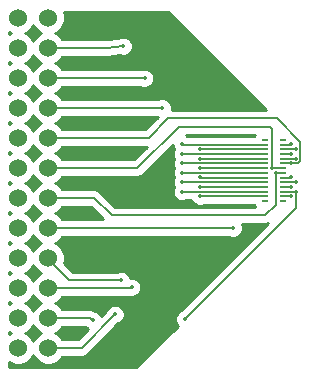
<source format=gbr>
G04 #@! TF.FileFunction,Copper,L2,Bot,Signal*
%FSLAX46Y46*%
G04 Gerber Fmt 4.6, Leading zero omitted, Abs format (unit mm)*
G04 Created by KiCad (PCBNEW 4.0.4-stable) date 12/07/17 02:23:43*
%MOMM*%
%LPD*%
G01*
G04 APERTURE LIST*
%ADD10C,0.100000*%
%ADD11R,0.600000X0.230000*%
%ADD12C,1.524000*%
%ADD13C,0.350000*%
%ADD14C,0.200000*%
%ADD15C,0.254000*%
G04 APERTURE END LIST*
D10*
D11*
X158505000Y-90910000D03*
X158505000Y-91310000D03*
X158505000Y-91710000D03*
X158505000Y-92110000D03*
X158505000Y-92510000D03*
X158505000Y-92910000D03*
X158505000Y-93310000D03*
X158505000Y-93710000D03*
X158505000Y-94110000D03*
X158505000Y-94510000D03*
X158505000Y-94910000D03*
X158505000Y-95310000D03*
X158505000Y-95710000D03*
X158505000Y-96110000D03*
X159985000Y-96110000D03*
X159985000Y-95710000D03*
X159985000Y-95310000D03*
X159985000Y-94910000D03*
X159985000Y-94510000D03*
X159985000Y-94110000D03*
X159985000Y-93710000D03*
X159985000Y-93310000D03*
X159985000Y-92910000D03*
X159985000Y-92510000D03*
X159985000Y-92110000D03*
X159985000Y-91710000D03*
X159985000Y-91310000D03*
X159985000Y-90910000D03*
D12*
X137600000Y-80600000D03*
X137600000Y-83140000D03*
X137600000Y-85680000D03*
X137600000Y-88220000D03*
X137600000Y-90760000D03*
X137600000Y-93300000D03*
X137600000Y-95840000D03*
X137600000Y-98380000D03*
X137600000Y-100920000D03*
X137600000Y-103460000D03*
X137600000Y-106000000D03*
X137600000Y-108540000D03*
X140140000Y-108540000D03*
X140140000Y-106000000D03*
X140140000Y-103460000D03*
X140140000Y-100920000D03*
X140140000Y-98380000D03*
X140140000Y-95840000D03*
X140140000Y-93300000D03*
X140140000Y-90760000D03*
X140140000Y-88220000D03*
X140140000Y-85680000D03*
X140140000Y-83140000D03*
X140140000Y-80600000D03*
D13*
X151500000Y-91300000D03*
X153000000Y-91700000D03*
X151500000Y-92100000D03*
X153000000Y-92500000D03*
X151500000Y-92900000D03*
X153000000Y-93300000D03*
X151500000Y-93700000D03*
X153000000Y-94100000D03*
X151500000Y-94500000D03*
X153000000Y-94900000D03*
X151500000Y-95300000D03*
X153000000Y-95700000D03*
X145800000Y-105700000D03*
X160700000Y-95700000D03*
X143900000Y-106200000D03*
X151700000Y-106100000D03*
X161100000Y-95300000D03*
X147200000Y-103400000D03*
X160700000Y-94900000D03*
X146300000Y-102800000D03*
X161100000Y-94500000D03*
X155800000Y-98400000D03*
X160700000Y-94100000D03*
X159400000Y-93700000D03*
X159100000Y-93300000D03*
X160700000Y-92900000D03*
X149800000Y-88200000D03*
X161100000Y-92500000D03*
X148300000Y-85700000D03*
X160700000Y-92100000D03*
X146500000Y-83000000D03*
X161100000Y-91700000D03*
X160700000Y-91300000D03*
D14*
X158505000Y-91310000D02*
X151510000Y-91310000D01*
X151510000Y-91310000D02*
X151500000Y-91300000D01*
X153010000Y-91710000D02*
X158505000Y-91710000D01*
X153000000Y-91700000D02*
X153010000Y-91710000D01*
X158505000Y-92110000D02*
X151510000Y-92110000D01*
X151510000Y-92110000D02*
X151500000Y-92100000D01*
X153010000Y-92510000D02*
X158505000Y-92510000D01*
X153000000Y-92500000D02*
X153010000Y-92510000D01*
X158505000Y-92910000D02*
X151510000Y-92910000D01*
X151510000Y-92910000D02*
X151500000Y-92900000D01*
X153010000Y-93310000D02*
X158505000Y-93310000D01*
X153000000Y-93300000D02*
X153010000Y-93310000D01*
X158505000Y-93710000D02*
X151510000Y-93710000D01*
X151510000Y-93710000D02*
X151500000Y-93700000D01*
X153010000Y-94110000D02*
X158505000Y-94110000D01*
X153000000Y-94100000D02*
X153010000Y-94110000D01*
X158505000Y-94510000D02*
X151510000Y-94510000D01*
X151510000Y-94510000D02*
X151500000Y-94500000D01*
X153010000Y-94910000D02*
X158505000Y-94910000D01*
X153000000Y-94900000D02*
X153010000Y-94910000D01*
X158505000Y-95310000D02*
X151510000Y-95310000D01*
X151510000Y-95310000D02*
X151500000Y-95300000D01*
X153010000Y-95710000D02*
X158505000Y-95710000D01*
X153000000Y-95700000D02*
X153010000Y-95710000D01*
X142960000Y-108540000D02*
X140140000Y-108540000D01*
X145800000Y-105700000D02*
X142960000Y-108540000D01*
X159985000Y-95710000D02*
X160690000Y-95710000D01*
X160690000Y-95710000D02*
X160700000Y-95700000D01*
X161100000Y-95300000D02*
X161100000Y-96700000D01*
X143700000Y-106000000D02*
X140140000Y-106000000D01*
X143900000Y-106200000D02*
X143700000Y-106000000D01*
X161100000Y-96700000D02*
X151700000Y-106100000D01*
X161100000Y-95300000D02*
X161090000Y-95310000D01*
X161090000Y-95310000D02*
X159985000Y-95310000D01*
X147140000Y-103460000D02*
X140140000Y-103460000D01*
X147200000Y-103400000D02*
X147140000Y-103460000D01*
X159985000Y-94910000D02*
X160690000Y-94910000D01*
X160690000Y-94910000D02*
X160700000Y-94900000D01*
X141900000Y-102800000D02*
X140140000Y-101040000D01*
X146300000Y-102800000D02*
X141900000Y-102800000D01*
X140140000Y-101040000D02*
X140140000Y-100920000D01*
X161100000Y-94500000D02*
X161090000Y-94510000D01*
X161090000Y-94510000D02*
X159985000Y-94510000D01*
X155780000Y-98380000D02*
X140140000Y-98380000D01*
X155800000Y-98400000D02*
X155780000Y-98380000D01*
X159985000Y-94110000D02*
X160690000Y-94110000D01*
X160690000Y-94110000D02*
X160700000Y-94100000D01*
X159400000Y-93700000D02*
X159400000Y-96400000D01*
X144040000Y-95840000D02*
X140140000Y-95840000D01*
X145500000Y-97300000D02*
X144040000Y-95840000D01*
X158500000Y-97300000D02*
X145500000Y-97300000D01*
X159400000Y-96400000D02*
X158500000Y-97300000D01*
X159400000Y-93700000D02*
X159390000Y-93710000D01*
X159390000Y-93710000D02*
X159985000Y-93710000D01*
X159100000Y-93300000D02*
X159100000Y-90000000D01*
X147700000Y-93300000D02*
X140140000Y-93300000D01*
X151200000Y-89800000D02*
X147700000Y-93300000D01*
X158900000Y-89800000D02*
X151200000Y-89800000D01*
X159100000Y-90000000D02*
X158900000Y-89800000D01*
X159985000Y-93310000D02*
X159090000Y-93310000D01*
X159090000Y-93310000D02*
X159100000Y-93300000D01*
X161500000Y-91100000D02*
X159500000Y-89100000D01*
X161300000Y-92900000D02*
X161500000Y-92700000D01*
X161500000Y-92700000D02*
X161500000Y-91100000D01*
X140140000Y-90760000D02*
X148640000Y-90760000D01*
X161300000Y-92900000D02*
X160700000Y-92900000D01*
X150300000Y-89100000D02*
X148640000Y-90760000D01*
X159500000Y-89100000D02*
X150300000Y-89100000D01*
X159985000Y-92910000D02*
X160690000Y-92910000D01*
X160690000Y-92910000D02*
X160700000Y-92900000D01*
X149780000Y-88220000D02*
X140140000Y-88220000D01*
X149800000Y-88200000D02*
X149780000Y-88220000D01*
X140220000Y-88300000D02*
X140140000Y-88220000D01*
X161100000Y-92500000D02*
X161090000Y-92510000D01*
X161090000Y-92510000D02*
X159985000Y-92510000D01*
X148280000Y-85680000D02*
X140140000Y-85680000D01*
X148300000Y-85700000D02*
X148280000Y-85680000D01*
X159985000Y-92110000D02*
X160690000Y-92110000D01*
X160690000Y-92110000D02*
X160700000Y-92100000D01*
X146500000Y-83000000D02*
X145160000Y-83140000D01*
X140140000Y-83140000D02*
X145160000Y-83140000D01*
X161100000Y-91700000D02*
X161090000Y-91710000D01*
X161090000Y-91710000D02*
X159985000Y-91710000D01*
X159985000Y-91310000D02*
X160690000Y-91310000D01*
X160690000Y-91310000D02*
X160700000Y-91300000D01*
D15*
G36*
X151422184Y-105338370D02*
X151241771Y-105412915D01*
X151013716Y-105640573D01*
X150890141Y-105938174D01*
X150889860Y-106260412D01*
X151012915Y-106558229D01*
X151125199Y-106670709D01*
X147605908Y-110190000D01*
X136810000Y-110190000D01*
X136810000Y-109724613D01*
X137320900Y-109936757D01*
X137876661Y-109937242D01*
X138390303Y-109725010D01*
X138783629Y-109332370D01*
X138869949Y-109124488D01*
X138954990Y-109330303D01*
X139347630Y-109723629D01*
X139860900Y-109936757D01*
X140416661Y-109937242D01*
X140930303Y-109725010D01*
X141323629Y-109332370D01*
X141347451Y-109275000D01*
X142960000Y-109275000D01*
X143241272Y-109219051D01*
X143479723Y-109059723D01*
X146077818Y-106461629D01*
X146258229Y-106387085D01*
X146486284Y-106159427D01*
X146609859Y-105861826D01*
X146610140Y-105539588D01*
X146487085Y-105241771D01*
X146259427Y-105013716D01*
X145961826Y-104890141D01*
X145639588Y-104889860D01*
X145341771Y-105012915D01*
X145113716Y-105240573D01*
X145038258Y-105422295D01*
X144625591Y-105834962D01*
X144587085Y-105741771D01*
X144359427Y-105513716D01*
X144122581Y-105415369D01*
X143981272Y-105320949D01*
X143700000Y-105265000D01*
X141347861Y-105265000D01*
X141325010Y-105209697D01*
X140932370Y-104816371D01*
X140724488Y-104730051D01*
X140930303Y-104645010D01*
X141323629Y-104252370D01*
X141347451Y-104195000D01*
X147002390Y-104195000D01*
X147038174Y-104209859D01*
X147360412Y-104210140D01*
X147658229Y-104087085D01*
X147886284Y-103859427D01*
X148009859Y-103561826D01*
X148010140Y-103239588D01*
X147887085Y-102941771D01*
X147659427Y-102713716D01*
X147361826Y-102590141D01*
X147089611Y-102589904D01*
X146987085Y-102341771D01*
X146759427Y-102113716D01*
X146461826Y-101990141D01*
X146139588Y-101989860D01*
X145957735Y-102065000D01*
X142204447Y-102065000D01*
X141478601Y-101339155D01*
X141536757Y-101199100D01*
X141537242Y-100643339D01*
X141325010Y-100129697D01*
X140932370Y-99736371D01*
X140724488Y-99650051D01*
X140930303Y-99565010D01*
X141323629Y-99172370D01*
X141347451Y-99115000D01*
X155409729Y-99115000D01*
X155638174Y-99209859D01*
X155960412Y-99210140D01*
X156258229Y-99087085D01*
X156486284Y-98859427D01*
X156609859Y-98561826D01*
X156610140Y-98239588D01*
X156525606Y-98035000D01*
X158500000Y-98035000D01*
X158781272Y-97979051D01*
X158781966Y-97978587D01*
X151422184Y-105338370D01*
X151422184Y-105338370D01*
G37*
X151422184Y-105338370D02*
X151241771Y-105412915D01*
X151013716Y-105640573D01*
X150890141Y-105938174D01*
X150889860Y-106260412D01*
X151012915Y-106558229D01*
X151125199Y-106670709D01*
X147605908Y-110190000D01*
X136810000Y-110190000D01*
X136810000Y-109724613D01*
X137320900Y-109936757D01*
X137876661Y-109937242D01*
X138390303Y-109725010D01*
X138783629Y-109332370D01*
X138869949Y-109124488D01*
X138954990Y-109330303D01*
X139347630Y-109723629D01*
X139860900Y-109936757D01*
X140416661Y-109937242D01*
X140930303Y-109725010D01*
X141323629Y-109332370D01*
X141347451Y-109275000D01*
X142960000Y-109275000D01*
X143241272Y-109219051D01*
X143479723Y-109059723D01*
X146077818Y-106461629D01*
X146258229Y-106387085D01*
X146486284Y-106159427D01*
X146609859Y-105861826D01*
X146610140Y-105539588D01*
X146487085Y-105241771D01*
X146259427Y-105013716D01*
X145961826Y-104890141D01*
X145639588Y-104889860D01*
X145341771Y-105012915D01*
X145113716Y-105240573D01*
X145038258Y-105422295D01*
X144625591Y-105834962D01*
X144587085Y-105741771D01*
X144359427Y-105513716D01*
X144122581Y-105415369D01*
X143981272Y-105320949D01*
X143700000Y-105265000D01*
X141347861Y-105265000D01*
X141325010Y-105209697D01*
X140932370Y-104816371D01*
X140724488Y-104730051D01*
X140930303Y-104645010D01*
X141323629Y-104252370D01*
X141347451Y-104195000D01*
X147002390Y-104195000D01*
X147038174Y-104209859D01*
X147360412Y-104210140D01*
X147658229Y-104087085D01*
X147886284Y-103859427D01*
X148009859Y-103561826D01*
X148010140Y-103239588D01*
X147887085Y-102941771D01*
X147659427Y-102713716D01*
X147361826Y-102590141D01*
X147089611Y-102589904D01*
X146987085Y-102341771D01*
X146759427Y-102113716D01*
X146461826Y-101990141D01*
X146139588Y-101989860D01*
X145957735Y-102065000D01*
X142204447Y-102065000D01*
X141478601Y-101339155D01*
X141536757Y-101199100D01*
X141537242Y-100643339D01*
X141325010Y-100129697D01*
X140932370Y-99736371D01*
X140724488Y-99650051D01*
X140930303Y-99565010D01*
X141323629Y-99172370D01*
X141347451Y-99115000D01*
X155409729Y-99115000D01*
X155638174Y-99209859D01*
X155960412Y-99210140D01*
X156258229Y-99087085D01*
X156486284Y-98859427D01*
X156609859Y-98561826D01*
X156610140Y-98239588D01*
X156525606Y-98035000D01*
X158500000Y-98035000D01*
X158781272Y-97979051D01*
X158781966Y-97978587D01*
X151422184Y-105338370D01*
G36*
X138954990Y-106790303D02*
X139347630Y-107183629D01*
X139555512Y-107269949D01*
X139349697Y-107354990D01*
X138956371Y-107747630D01*
X138870051Y-107955512D01*
X138785010Y-107749697D01*
X138392370Y-107356371D01*
X138184488Y-107270051D01*
X138390303Y-107185010D01*
X138783629Y-106792370D01*
X138869949Y-106584488D01*
X138954990Y-106790303D01*
X138954990Y-106790303D01*
G37*
X138954990Y-106790303D02*
X139347630Y-107183629D01*
X139555512Y-107269949D01*
X139349697Y-107354990D01*
X138956371Y-107747630D01*
X138870051Y-107955512D01*
X138785010Y-107749697D01*
X138392370Y-107356371D01*
X138184488Y-107270051D01*
X138390303Y-107185010D01*
X138783629Y-106792370D01*
X138869949Y-106584488D01*
X138954990Y-106790303D01*
G36*
X143440573Y-106886284D02*
X143535042Y-106925511D01*
X142655554Y-107805000D01*
X141347861Y-107805000D01*
X141325010Y-107749697D01*
X140932370Y-107356371D01*
X140724488Y-107270051D01*
X140930303Y-107185010D01*
X141323629Y-106792370D01*
X141347451Y-106735000D01*
X143289552Y-106735000D01*
X143440573Y-106886284D01*
X143440573Y-106886284D01*
G37*
X143440573Y-106886284D02*
X143535042Y-106925511D01*
X142655554Y-107805000D01*
X141347861Y-107805000D01*
X141325010Y-107749697D01*
X140932370Y-107356371D01*
X140724488Y-107270051D01*
X140930303Y-107185010D01*
X141323629Y-106792370D01*
X141347451Y-106735000D01*
X143289552Y-106735000D01*
X143440573Y-106886284D01*
G36*
X137015512Y-107269949D02*
X136810000Y-107354865D01*
X136810000Y-107184613D01*
X137015512Y-107269949D01*
X137015512Y-107269949D01*
G37*
X137015512Y-107269949D02*
X136810000Y-107354865D01*
X136810000Y-107184613D01*
X137015512Y-107269949D01*
G36*
X138954990Y-104250303D02*
X139347630Y-104643629D01*
X139555512Y-104729949D01*
X139349697Y-104814990D01*
X138956371Y-105207630D01*
X138870051Y-105415512D01*
X138785010Y-105209697D01*
X138392370Y-104816371D01*
X138184488Y-104730051D01*
X138390303Y-104645010D01*
X138783629Y-104252370D01*
X138869949Y-104044488D01*
X138954990Y-104250303D01*
X138954990Y-104250303D01*
G37*
X138954990Y-104250303D02*
X139347630Y-104643629D01*
X139555512Y-104729949D01*
X139349697Y-104814990D01*
X138956371Y-105207630D01*
X138870051Y-105415512D01*
X138785010Y-105209697D01*
X138392370Y-104816371D01*
X138184488Y-104730051D01*
X138390303Y-104645010D01*
X138783629Y-104252370D01*
X138869949Y-104044488D01*
X138954990Y-104250303D01*
G36*
X137015512Y-104729949D02*
X136810000Y-104814865D01*
X136810000Y-104644613D01*
X137015512Y-104729949D01*
X137015512Y-104729949D01*
G37*
X137015512Y-104729949D02*
X136810000Y-104814865D01*
X136810000Y-104644613D01*
X137015512Y-104729949D01*
G36*
X138954990Y-101710303D02*
X139347630Y-102103629D01*
X139555512Y-102189949D01*
X139349697Y-102274990D01*
X138956371Y-102667630D01*
X138870051Y-102875512D01*
X138785010Y-102669697D01*
X138392370Y-102276371D01*
X138184488Y-102190051D01*
X138390303Y-102105010D01*
X138783629Y-101712370D01*
X138869949Y-101504488D01*
X138954990Y-101710303D01*
X138954990Y-101710303D01*
G37*
X138954990Y-101710303D02*
X139347630Y-102103629D01*
X139555512Y-102189949D01*
X139349697Y-102274990D01*
X138956371Y-102667630D01*
X138870051Y-102875512D01*
X138785010Y-102669697D01*
X138392370Y-102276371D01*
X138184488Y-102190051D01*
X138390303Y-102105010D01*
X138783629Y-101712370D01*
X138869949Y-101504488D01*
X138954990Y-101710303D01*
G36*
X137015512Y-102189949D02*
X136810000Y-102274865D01*
X136810000Y-102104613D01*
X137015512Y-102189949D01*
X137015512Y-102189949D01*
G37*
X137015512Y-102189949D02*
X136810000Y-102274865D01*
X136810000Y-102104613D01*
X137015512Y-102189949D01*
G36*
X138954990Y-99170303D02*
X139347630Y-99563629D01*
X139555512Y-99649949D01*
X139349697Y-99734990D01*
X138956371Y-100127630D01*
X138870051Y-100335512D01*
X138785010Y-100129697D01*
X138392370Y-99736371D01*
X138184488Y-99650051D01*
X138390303Y-99565010D01*
X138783629Y-99172370D01*
X138869949Y-98964488D01*
X138954990Y-99170303D01*
X138954990Y-99170303D01*
G37*
X138954990Y-99170303D02*
X139347630Y-99563629D01*
X139555512Y-99649949D01*
X139349697Y-99734990D01*
X138956371Y-100127630D01*
X138870051Y-100335512D01*
X138785010Y-100129697D01*
X138392370Y-99736371D01*
X138184488Y-99650051D01*
X138390303Y-99565010D01*
X138783629Y-99172370D01*
X138869949Y-98964488D01*
X138954990Y-99170303D01*
G36*
X137015512Y-99649949D02*
X136810000Y-99734865D01*
X136810000Y-99564613D01*
X137015512Y-99649949D01*
X137015512Y-99649949D01*
G37*
X137015512Y-99649949D02*
X136810000Y-99734865D01*
X136810000Y-99564613D01*
X137015512Y-99649949D01*
G36*
X138954990Y-96630303D02*
X139347630Y-97023629D01*
X139555512Y-97109949D01*
X139349697Y-97194990D01*
X138956371Y-97587630D01*
X138870051Y-97795512D01*
X138785010Y-97589697D01*
X138392370Y-97196371D01*
X138184488Y-97110051D01*
X138390303Y-97025010D01*
X138783629Y-96632370D01*
X138869949Y-96424488D01*
X138954990Y-96630303D01*
X138954990Y-96630303D01*
G37*
X138954990Y-96630303D02*
X139347630Y-97023629D01*
X139555512Y-97109949D01*
X139349697Y-97194990D01*
X138956371Y-97587630D01*
X138870051Y-97795512D01*
X138785010Y-97589697D01*
X138392370Y-97196371D01*
X138184488Y-97110051D01*
X138390303Y-97025010D01*
X138783629Y-96632370D01*
X138869949Y-96424488D01*
X138954990Y-96630303D01*
G36*
X144805553Y-97645000D02*
X141347861Y-97645000D01*
X141325010Y-97589697D01*
X140932370Y-97196371D01*
X140724488Y-97110051D01*
X140930303Y-97025010D01*
X141323629Y-96632370D01*
X141347451Y-96575000D01*
X143735554Y-96575000D01*
X144805553Y-97645000D01*
X144805553Y-97645000D01*
G37*
X144805553Y-97645000D02*
X141347861Y-97645000D01*
X141325010Y-97589697D01*
X140932370Y-97196371D01*
X140724488Y-97110051D01*
X140930303Y-97025010D01*
X141323629Y-96632370D01*
X141347451Y-96575000D01*
X143735554Y-96575000D01*
X144805553Y-97645000D01*
G36*
X137015512Y-97109949D02*
X136810000Y-97194865D01*
X136810000Y-97024613D01*
X137015512Y-97109949D01*
X137015512Y-97109949D01*
G37*
X137015512Y-97109949D02*
X136810000Y-97194865D01*
X136810000Y-97024613D01*
X137015512Y-97109949D01*
G36*
X150689860Y-91460412D02*
X150788947Y-91700223D01*
X150690141Y-91938174D01*
X150689860Y-92260412D01*
X150788947Y-92500223D01*
X150690141Y-92738174D01*
X150689860Y-93060412D01*
X150788947Y-93300223D01*
X150690141Y-93538174D01*
X150689860Y-93860412D01*
X150788947Y-94100223D01*
X150690141Y-94338174D01*
X150689860Y-94660412D01*
X150788947Y-94900223D01*
X150690141Y-95138174D01*
X150689860Y-95460412D01*
X150812915Y-95758229D01*
X151040573Y-95986284D01*
X151338174Y-96109859D01*
X151660412Y-96110140D01*
X151818063Y-96045000D01*
X152266130Y-96045000D01*
X152312915Y-96158229D01*
X152540573Y-96386284D01*
X152838174Y-96509859D01*
X153160412Y-96510140D01*
X153318063Y-96445000D01*
X157598956Y-96445000D01*
X157601838Y-96460317D01*
X157639208Y-96518391D01*
X157658514Y-96565000D01*
X145804447Y-96565000D01*
X144559723Y-95320277D01*
X144321272Y-95160949D01*
X144040000Y-95105000D01*
X141347861Y-95105000D01*
X141325010Y-95049697D01*
X140932370Y-94656371D01*
X140724488Y-94570051D01*
X140930303Y-94485010D01*
X141323629Y-94092370D01*
X141347451Y-94035000D01*
X147700000Y-94035000D01*
X147981272Y-93979051D01*
X148219723Y-93819723D01*
X150689957Y-91349490D01*
X150689860Y-91460412D01*
X150689860Y-91460412D01*
G37*
X150689860Y-91460412D02*
X150788947Y-91700223D01*
X150690141Y-91938174D01*
X150689860Y-92260412D01*
X150788947Y-92500223D01*
X150690141Y-92738174D01*
X150689860Y-93060412D01*
X150788947Y-93300223D01*
X150690141Y-93538174D01*
X150689860Y-93860412D01*
X150788947Y-94100223D01*
X150690141Y-94338174D01*
X150689860Y-94660412D01*
X150788947Y-94900223D01*
X150690141Y-95138174D01*
X150689860Y-95460412D01*
X150812915Y-95758229D01*
X151040573Y-95986284D01*
X151338174Y-96109859D01*
X151660412Y-96110140D01*
X151818063Y-96045000D01*
X152266130Y-96045000D01*
X152312915Y-96158229D01*
X152540573Y-96386284D01*
X152838174Y-96509859D01*
X153160412Y-96510140D01*
X153318063Y-96445000D01*
X157598956Y-96445000D01*
X157601838Y-96460317D01*
X157639208Y-96518391D01*
X157658514Y-96565000D01*
X145804447Y-96565000D01*
X144559723Y-95320277D01*
X144321272Y-95160949D01*
X144040000Y-95105000D01*
X141347861Y-95105000D01*
X141325010Y-95049697D01*
X140932370Y-94656371D01*
X140724488Y-94570051D01*
X140930303Y-94485010D01*
X141323629Y-94092370D01*
X141347451Y-94035000D01*
X147700000Y-94035000D01*
X147981272Y-93979051D01*
X148219723Y-93819723D01*
X150689957Y-91349490D01*
X150689860Y-91460412D01*
G36*
X138954990Y-94090303D02*
X139347630Y-94483629D01*
X139555512Y-94569949D01*
X139349697Y-94654990D01*
X138956371Y-95047630D01*
X138870051Y-95255512D01*
X138785010Y-95049697D01*
X138392370Y-94656371D01*
X138184488Y-94570051D01*
X138390303Y-94485010D01*
X138783629Y-94092370D01*
X138869949Y-93884488D01*
X138954990Y-94090303D01*
X138954990Y-94090303D01*
G37*
X138954990Y-94090303D02*
X139347630Y-94483629D01*
X139555512Y-94569949D01*
X139349697Y-94654990D01*
X138956371Y-95047630D01*
X138870051Y-95255512D01*
X138785010Y-95049697D01*
X138392370Y-94656371D01*
X138184488Y-94570051D01*
X138390303Y-94485010D01*
X138783629Y-94092370D01*
X138869949Y-93884488D01*
X138954990Y-94090303D01*
G36*
X137015512Y-94569949D02*
X136810000Y-94654865D01*
X136810000Y-94484613D01*
X137015512Y-94569949D01*
X137015512Y-94569949D01*
G37*
X137015512Y-94569949D02*
X136810000Y-94654865D01*
X136810000Y-94484613D01*
X137015512Y-94569949D01*
G36*
X138954990Y-91550303D02*
X139347630Y-91943629D01*
X139555512Y-92029949D01*
X139349697Y-92114990D01*
X138956371Y-92507630D01*
X138870051Y-92715512D01*
X138785010Y-92509697D01*
X138392370Y-92116371D01*
X138184488Y-92030051D01*
X138390303Y-91945010D01*
X138783629Y-91552370D01*
X138869949Y-91344488D01*
X138954990Y-91550303D01*
X138954990Y-91550303D01*
G37*
X138954990Y-91550303D02*
X139347630Y-91943629D01*
X139555512Y-92029949D01*
X139349697Y-92114990D01*
X138956371Y-92507630D01*
X138870051Y-92715512D01*
X138785010Y-92509697D01*
X138392370Y-92116371D01*
X138184488Y-92030051D01*
X138390303Y-91945010D01*
X138783629Y-91552370D01*
X138869949Y-91344488D01*
X138954990Y-91550303D01*
G36*
X147395554Y-92565000D02*
X141347861Y-92565000D01*
X141325010Y-92509697D01*
X140932370Y-92116371D01*
X140724488Y-92030051D01*
X140930303Y-91945010D01*
X141323629Y-91552370D01*
X141347451Y-91495000D01*
X148465554Y-91495000D01*
X147395554Y-92565000D01*
X147395554Y-92565000D01*
G37*
X147395554Y-92565000D02*
X141347861Y-92565000D01*
X141325010Y-92509697D01*
X140932370Y-92116371D01*
X140724488Y-92030051D01*
X140930303Y-91945010D01*
X141323629Y-91552370D01*
X141347451Y-91495000D01*
X148465554Y-91495000D01*
X147395554Y-92565000D01*
G36*
X137015512Y-92029949D02*
X136810000Y-92114865D01*
X136810000Y-91944613D01*
X137015512Y-92029949D01*
X137015512Y-92029949D01*
G37*
X137015512Y-92029949D02*
X136810000Y-92114865D01*
X136810000Y-91944613D01*
X137015512Y-92029949D01*
G36*
X157608569Y-90543110D02*
X157602111Y-90575000D01*
X151866189Y-90575000D01*
X151769858Y-90535000D01*
X157614110Y-90535000D01*
X157608569Y-90543110D01*
X157608569Y-90543110D01*
G37*
X157608569Y-90543110D02*
X157602111Y-90575000D01*
X151866189Y-90575000D01*
X151769858Y-90535000D01*
X157614110Y-90535000D01*
X157608569Y-90543110D01*
G36*
X138954990Y-89010303D02*
X139347630Y-89403629D01*
X139555512Y-89489949D01*
X139349697Y-89574990D01*
X138956371Y-89967630D01*
X138870051Y-90175512D01*
X138785010Y-89969697D01*
X138392370Y-89576371D01*
X138184488Y-89490051D01*
X138390303Y-89405010D01*
X138783629Y-89012370D01*
X138869949Y-88804488D01*
X138954990Y-89010303D01*
X138954990Y-89010303D01*
G37*
X138954990Y-89010303D02*
X139347630Y-89403629D01*
X139555512Y-89489949D01*
X139349697Y-89574990D01*
X138956371Y-89967630D01*
X138870051Y-90175512D01*
X138785010Y-89969697D01*
X138392370Y-89576371D01*
X138184488Y-89490051D01*
X138390303Y-89405010D01*
X138783629Y-89012370D01*
X138869949Y-88804488D01*
X138954990Y-89010303D01*
G36*
X148335554Y-90025000D02*
X141347861Y-90025000D01*
X141325010Y-89969697D01*
X140932370Y-89576371D01*
X140724488Y-89490051D01*
X140930303Y-89405010D01*
X141323629Y-89012370D01*
X141347451Y-88955000D01*
X149405553Y-88955000D01*
X148335554Y-90025000D01*
X148335554Y-90025000D01*
G37*
X148335554Y-90025000D02*
X141347861Y-90025000D01*
X141325010Y-89969697D01*
X140932370Y-89576371D01*
X140724488Y-89490051D01*
X140930303Y-89405010D01*
X141323629Y-89012370D01*
X141347451Y-88955000D01*
X149405553Y-88955000D01*
X148335554Y-90025000D01*
G36*
X137015512Y-89489949D02*
X136810000Y-89574865D01*
X136810000Y-89404613D01*
X137015512Y-89489949D01*
X137015512Y-89489949D01*
G37*
X137015512Y-89489949D02*
X136810000Y-89574865D01*
X136810000Y-89404613D01*
X137015512Y-89489949D01*
G36*
X158560908Y-88365000D02*
X150608541Y-88365000D01*
X150609859Y-88361826D01*
X150610140Y-88039588D01*
X150487085Y-87741771D01*
X150259427Y-87513716D01*
X149961826Y-87390141D01*
X149639588Y-87389860D01*
X149409331Y-87485000D01*
X141347861Y-87485000D01*
X141325010Y-87429697D01*
X140932370Y-87036371D01*
X140724488Y-86950051D01*
X140930303Y-86865010D01*
X141323629Y-86472370D01*
X141347451Y-86415000D01*
X147909729Y-86415000D01*
X148138174Y-86509859D01*
X148460412Y-86510140D01*
X148758229Y-86387085D01*
X148986284Y-86159427D01*
X149109859Y-85861826D01*
X149110140Y-85539588D01*
X148987085Y-85241771D01*
X148759427Y-85013716D01*
X148461826Y-84890141D01*
X148139588Y-84889860D01*
X148006138Y-84945000D01*
X141347861Y-84945000D01*
X141325010Y-84889697D01*
X140932370Y-84496371D01*
X140724488Y-84410051D01*
X140930303Y-84325010D01*
X141323629Y-83932370D01*
X141347451Y-83875000D01*
X145160000Y-83875000D01*
X145197899Y-83867461D01*
X145236375Y-83871021D01*
X146234365Y-83766754D01*
X146338174Y-83809859D01*
X146660412Y-83810140D01*
X146958229Y-83687085D01*
X147186284Y-83459427D01*
X147309859Y-83161826D01*
X147310140Y-82839588D01*
X147187085Y-82541771D01*
X146959427Y-82313716D01*
X146661826Y-82190141D01*
X146339588Y-82189860D01*
X146054860Y-82307507D01*
X145121710Y-82405000D01*
X141347861Y-82405000D01*
X141325010Y-82349697D01*
X140932370Y-81956371D01*
X140724488Y-81870051D01*
X140930303Y-81785010D01*
X141323629Y-81392370D01*
X141536757Y-80879100D01*
X141537242Y-80323339D01*
X141449092Y-80110000D01*
X150305908Y-80110000D01*
X158560908Y-88365000D01*
X158560908Y-88365000D01*
G37*
X158560908Y-88365000D02*
X150608541Y-88365000D01*
X150609859Y-88361826D01*
X150610140Y-88039588D01*
X150487085Y-87741771D01*
X150259427Y-87513716D01*
X149961826Y-87390141D01*
X149639588Y-87389860D01*
X149409331Y-87485000D01*
X141347861Y-87485000D01*
X141325010Y-87429697D01*
X140932370Y-87036371D01*
X140724488Y-86950051D01*
X140930303Y-86865010D01*
X141323629Y-86472370D01*
X141347451Y-86415000D01*
X147909729Y-86415000D01*
X148138174Y-86509859D01*
X148460412Y-86510140D01*
X148758229Y-86387085D01*
X148986284Y-86159427D01*
X149109859Y-85861826D01*
X149110140Y-85539588D01*
X148987085Y-85241771D01*
X148759427Y-85013716D01*
X148461826Y-84890141D01*
X148139588Y-84889860D01*
X148006138Y-84945000D01*
X141347861Y-84945000D01*
X141325010Y-84889697D01*
X140932370Y-84496371D01*
X140724488Y-84410051D01*
X140930303Y-84325010D01*
X141323629Y-83932370D01*
X141347451Y-83875000D01*
X145160000Y-83875000D01*
X145197899Y-83867461D01*
X145236375Y-83871021D01*
X146234365Y-83766754D01*
X146338174Y-83809859D01*
X146660412Y-83810140D01*
X146958229Y-83687085D01*
X147186284Y-83459427D01*
X147309859Y-83161826D01*
X147310140Y-82839588D01*
X147187085Y-82541771D01*
X146959427Y-82313716D01*
X146661826Y-82190141D01*
X146339588Y-82189860D01*
X146054860Y-82307507D01*
X145121710Y-82405000D01*
X141347861Y-82405000D01*
X141325010Y-82349697D01*
X140932370Y-81956371D01*
X140724488Y-81870051D01*
X140930303Y-81785010D01*
X141323629Y-81392370D01*
X141536757Y-80879100D01*
X141537242Y-80323339D01*
X141449092Y-80110000D01*
X150305908Y-80110000D01*
X158560908Y-88365000D01*
G36*
X138954990Y-86470303D02*
X139347630Y-86863629D01*
X139555512Y-86949949D01*
X139349697Y-87034990D01*
X138956371Y-87427630D01*
X138870051Y-87635512D01*
X138785010Y-87429697D01*
X138392370Y-87036371D01*
X138184488Y-86950051D01*
X138390303Y-86865010D01*
X138783629Y-86472370D01*
X138869949Y-86264488D01*
X138954990Y-86470303D01*
X138954990Y-86470303D01*
G37*
X138954990Y-86470303D02*
X139347630Y-86863629D01*
X139555512Y-86949949D01*
X139349697Y-87034990D01*
X138956371Y-87427630D01*
X138870051Y-87635512D01*
X138785010Y-87429697D01*
X138392370Y-87036371D01*
X138184488Y-86950051D01*
X138390303Y-86865010D01*
X138783629Y-86472370D01*
X138869949Y-86264488D01*
X138954990Y-86470303D01*
G36*
X137015512Y-86949949D02*
X136810000Y-87034865D01*
X136810000Y-86864613D01*
X137015512Y-86949949D01*
X137015512Y-86949949D01*
G37*
X137015512Y-86949949D02*
X136810000Y-87034865D01*
X136810000Y-86864613D01*
X137015512Y-86949949D01*
G36*
X138954990Y-83930303D02*
X139347630Y-84323629D01*
X139555512Y-84409949D01*
X139349697Y-84494990D01*
X138956371Y-84887630D01*
X138870051Y-85095512D01*
X138785010Y-84889697D01*
X138392370Y-84496371D01*
X138184488Y-84410051D01*
X138390303Y-84325010D01*
X138783629Y-83932370D01*
X138869949Y-83724488D01*
X138954990Y-83930303D01*
X138954990Y-83930303D01*
G37*
X138954990Y-83930303D02*
X139347630Y-84323629D01*
X139555512Y-84409949D01*
X139349697Y-84494990D01*
X138956371Y-84887630D01*
X138870051Y-85095512D01*
X138785010Y-84889697D01*
X138392370Y-84496371D01*
X138184488Y-84410051D01*
X138390303Y-84325010D01*
X138783629Y-83932370D01*
X138869949Y-83724488D01*
X138954990Y-83930303D01*
G36*
X137015512Y-84409949D02*
X136810000Y-84494865D01*
X136810000Y-84324613D01*
X137015512Y-84409949D01*
X137015512Y-84409949D01*
G37*
X137015512Y-84409949D02*
X136810000Y-84494865D01*
X136810000Y-84324613D01*
X137015512Y-84409949D01*
G36*
X138954990Y-81390303D02*
X139347630Y-81783629D01*
X139555512Y-81869949D01*
X139349697Y-81954990D01*
X138956371Y-82347630D01*
X138870051Y-82555512D01*
X138785010Y-82349697D01*
X138392370Y-81956371D01*
X138184488Y-81870051D01*
X138390303Y-81785010D01*
X138783629Y-81392370D01*
X138869949Y-81184488D01*
X138954990Y-81390303D01*
X138954990Y-81390303D01*
G37*
X138954990Y-81390303D02*
X139347630Y-81783629D01*
X139555512Y-81869949D01*
X139349697Y-81954990D01*
X138956371Y-82347630D01*
X138870051Y-82555512D01*
X138785010Y-82349697D01*
X138392370Y-81956371D01*
X138184488Y-81870051D01*
X138390303Y-81785010D01*
X138783629Y-81392370D01*
X138869949Y-81184488D01*
X138954990Y-81390303D01*
G36*
X137015512Y-81869949D02*
X136810000Y-81954865D01*
X136810000Y-81784613D01*
X137015512Y-81869949D01*
X137015512Y-81869949D01*
G37*
X137015512Y-81869949D02*
X136810000Y-81954865D01*
X136810000Y-81784613D01*
X137015512Y-81869949D01*
M02*

</source>
